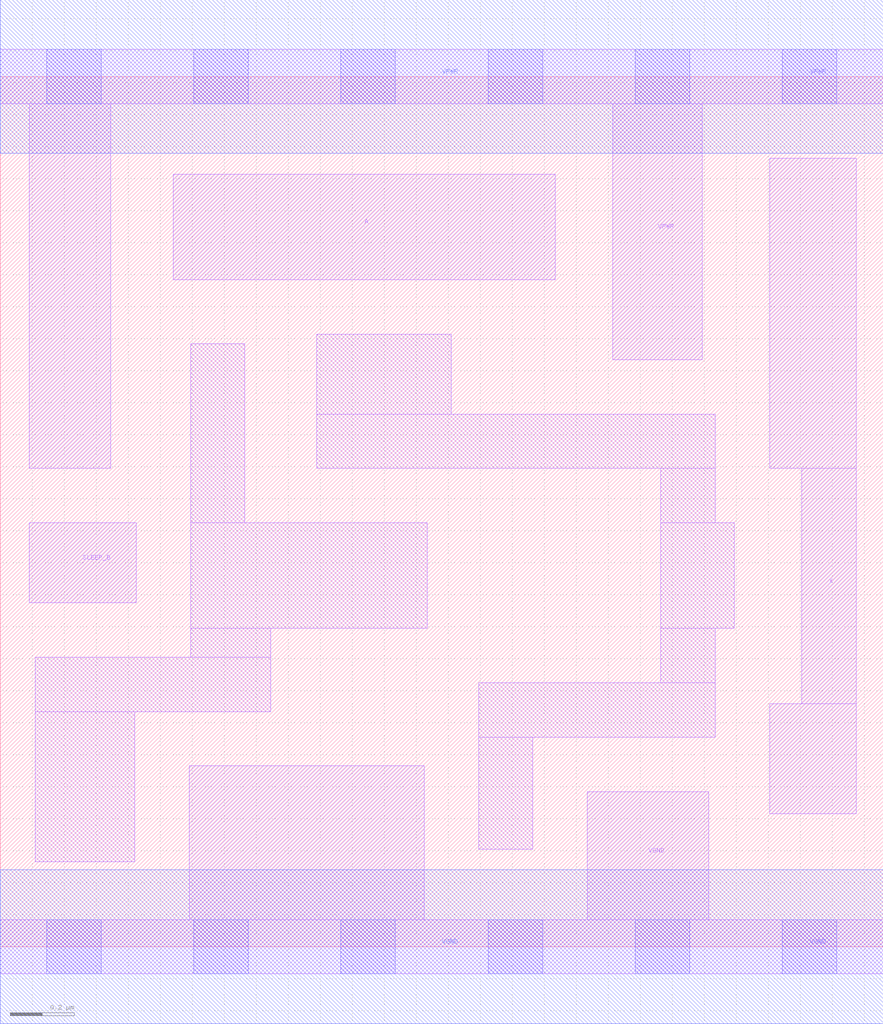
<source format=lef>
# Copyright 2020 The SkyWater PDK Authors
#
# Licensed under the Apache License, Version 2.0 (the "License");
# you may not use this file except in compliance with the License.
# You may obtain a copy of the License at
#
#     https://www.apache.org/licenses/LICENSE-2.0
#
# Unless required by applicable law or agreed to in writing, software
# distributed under the License is distributed on an "AS IS" BASIS,
# WITHOUT WARRANTIES OR CONDITIONS OF ANY KIND, either express or implied.
# See the License for the specific language governing permissions and
# limitations under the License.
#
# SPDX-License-Identifier: Apache-2.0

VERSION 5.7 ;
  NAMESCASESENSITIVE ON ;
  NOWIREEXTENSIONATPIN ON ;
  DIVIDERCHAR "/" ;
  BUSBITCHARS "[]" ;
UNITS
  DATABASE MICRONS 200 ;
END UNITS
MACRO sky130_fd_sc_hd__lpflow_inputiso1n_1
  CLASS CORE ;
  SOURCE USER ;
  FOREIGN sky130_fd_sc_hd__lpflow_inputiso1n_1 ;
  ORIGIN  0.000000  0.000000 ;
  SIZE  2.760000 BY  2.720000 ;
  SYMMETRY X Y R90 ;
  SITE unithd ;
  PIN A
    ANTENNAGATEAREA  0.126000 ;
    DIRECTION INPUT ;
    USE SIGNAL ;
    PORT
      LAYER li1 ;
        RECT 0.540000 2.085000 1.735000 2.415000 ;
    END
  END A
  PIN SLEEP_B
    ANTENNAGATEAREA  0.126000 ;
    DIRECTION INPUT ;
    USE SIGNAL ;
    PORT
      LAYER li1 ;
        RECT 0.090000 1.075000 0.425000 1.325000 ;
    END
  END SLEEP_B
  PIN X
    ANTENNADIFFAREA  0.445500 ;
    DIRECTION OUTPUT ;
    USE SIGNAL ;
    PORT
      LAYER li1 ;
        RECT 2.405000 0.415000 2.675000 0.760000 ;
        RECT 2.405000 1.495000 2.675000 2.465000 ;
        RECT 2.505000 0.760000 2.675000 1.495000 ;
    END
  END X
  PIN VGND
    DIRECTION INOUT ;
    SHAPE ABUTMENT ;
    USE GROUND ;
    PORT
      LAYER li1 ;
        RECT 0.000000 -0.085000 2.760000 0.085000 ;
        RECT 0.590000  0.085000 1.325000 0.565000 ;
        RECT 1.835000  0.085000 2.215000 0.485000 ;
      LAYER mcon ;
        RECT 0.145000 -0.085000 0.315000 0.085000 ;
        RECT 0.605000 -0.085000 0.775000 0.085000 ;
        RECT 1.065000 -0.085000 1.235000 0.085000 ;
        RECT 1.525000 -0.085000 1.695000 0.085000 ;
        RECT 1.985000 -0.085000 2.155000 0.085000 ;
        RECT 2.445000 -0.085000 2.615000 0.085000 ;
      LAYER met1 ;
        RECT 0.000000 -0.240000 2.760000 0.240000 ;
    END
  END VGND
  PIN VPWR
    DIRECTION INOUT ;
    SHAPE ABUTMENT ;
    USE POWER ;
    PORT
      LAYER li1 ;
        RECT 0.000000 2.635000 2.760000 2.805000 ;
        RECT 0.090000 1.495000 0.345000 2.635000 ;
        RECT 1.915000 1.835000 2.195000 2.635000 ;
      LAYER mcon ;
        RECT 0.145000 2.635000 0.315000 2.805000 ;
        RECT 0.605000 2.635000 0.775000 2.805000 ;
        RECT 1.065000 2.635000 1.235000 2.805000 ;
        RECT 1.525000 2.635000 1.695000 2.805000 ;
        RECT 1.985000 2.635000 2.155000 2.805000 ;
        RECT 2.445000 2.635000 2.615000 2.805000 ;
      LAYER met1 ;
        RECT 0.000000 2.480000 2.760000 2.960000 ;
    END
  END VPWR
  OBS
    LAYER li1 ;
      RECT 0.110000 0.265000 0.420000 0.735000 ;
      RECT 0.110000 0.735000 0.845000 0.905000 ;
      RECT 0.595000 0.905000 0.845000 0.995000 ;
      RECT 0.595000 0.995000 1.335000 1.325000 ;
      RECT 0.595000 1.325000 0.765000 1.885000 ;
      RECT 0.990000 1.495000 2.235000 1.665000 ;
      RECT 0.990000 1.665000 1.410000 1.915000 ;
      RECT 1.495000 0.305000 1.665000 0.655000 ;
      RECT 1.495000 0.655000 2.235000 0.825000 ;
      RECT 2.065000 0.825000 2.235000 0.995000 ;
      RECT 2.065000 0.995000 2.295000 1.325000 ;
      RECT 2.065000 1.325000 2.235000 1.495000 ;
  END
END sky130_fd_sc_hd__lpflow_inputiso1n_1
END LIBRARY

</source>
